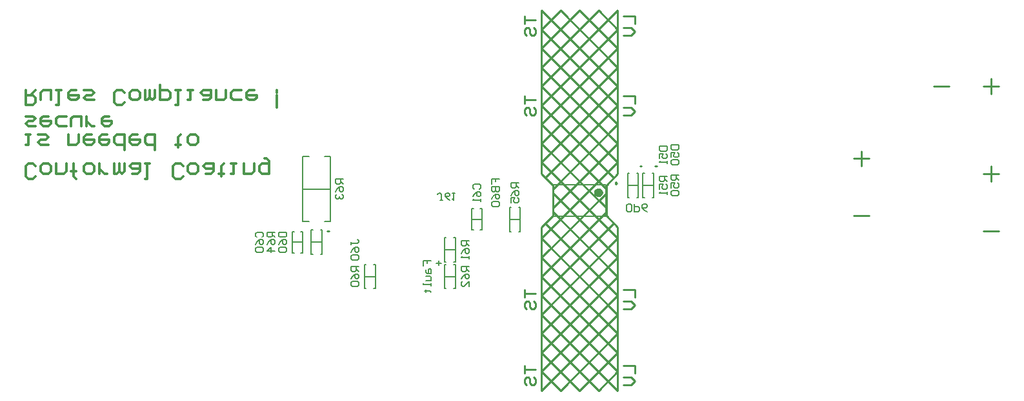
<source format=gbo>
G04*
G04 #@! TF.GenerationSoftware,Altium Limited,Altium Designer,24.3.1 (35)*
G04*
G04 Layer_Color=32896*
%FSLAX25Y25*%
%MOIN*%
G70*
G04*
G04 #@! TF.SameCoordinates,FD519535-7E5F-4FBF-A31B-089F6CA01B13*
G04*
G04*
G04 #@! TF.FilePolarity,Positive*
G04*
G01*
G75*
%ADD10C,0.00787*%
%ADD11C,0.00984*%
%ADD13C,0.00591*%
%ADD16C,0.00630*%
%ADD17C,0.00500*%
%ADD85C,0.02362*%
%ADD86C,0.01181*%
D10*
X446654Y208465D02*
Y224606D01*
X419488Y208465D02*
Y224606D01*
X446654D01*
X419488Y208465D02*
X446654D01*
X290158Y205512D02*
X293307D01*
X290158D02*
Y239370D01*
X293307D01*
X290158Y222441D02*
X304331D01*
X301181Y239370D02*
X304331D01*
Y205512D02*
Y239370D01*
X301181Y205512D02*
X304331D01*
D11*
X452264Y225472D02*
X451526Y225899D01*
Y225046D01*
X452264Y225472D01*
X472835Y234252D02*
X472047D01*
X472835D01*
X303543Y200787D02*
X302756D01*
X303543D01*
X464961Y234252D02*
X464173D01*
X464961D01*
X616142Y275590D02*
X624016D01*
X641732Y200787D02*
X649606D01*
X574803Y208661D02*
X582677D01*
X645669Y271654D02*
Y279528D01*
X641732Y275591D02*
X649606D01*
X645669Y226378D02*
Y234252D01*
X641732Y230315D02*
X649606D01*
X578740Y234252D02*
Y242126D01*
X574803Y238189D02*
X582677D01*
X413386Y230315D02*
X419291Y224410D01*
X446850D02*
X452756Y230315D01*
X413386Y295276D02*
X452756Y255906D01*
X413386Y230315D02*
Y314961D01*
Y285433D02*
X452756Y246063D01*
X413386Y275590D02*
X452756Y236221D01*
X413386Y265748D02*
X450787Y228346D01*
X413386Y255906D02*
X446850Y222441D01*
X413386Y275590D02*
X452756Y314961D01*
X413386Y285433D02*
X442913Y314961D01*
X413386Y265748D02*
X452756Y305118D01*
X413386Y255906D02*
X452756Y295276D01*
X413386Y236221D02*
X452756Y275590D01*
X415354Y228346D02*
X452756Y265748D01*
X413386Y246063D02*
X452756Y285433D01*
X419291Y222441D02*
X452756Y255906D01*
Y230315D02*
Y314961D01*
X413386Y118110D02*
Y202756D01*
X452756Y118110D02*
Y202756D01*
X413386Y167323D02*
X452756Y127953D01*
X413386Y127953D02*
X423228Y118110D01*
X413386Y187008D02*
X446850Y220472D01*
X413386Y177165D02*
X446850Y210630D01*
X413386Y167323D02*
X450787Y204724D01*
X413386Y157480D02*
X452756Y196850D01*
X413386Y147638D02*
X452756Y187008D01*
X413386Y137795D02*
X452756Y177165D01*
X413386Y127953D02*
X452756Y167323D01*
X413386Y118110D02*
X452756Y157480D01*
X423228Y118110D02*
X452756Y147638D01*
X433071Y118110D02*
X452756Y137795D01*
X442913Y118110D02*
X452756Y127953D01*
X419291Y208661D02*
Y224410D01*
X413386Y202756D02*
X419291Y208661D01*
X446850Y208661D02*
Y224410D01*
Y208661D02*
X452756Y202756D01*
X413386Y236221D02*
X452756Y196850D01*
X419291Y220472D02*
X452756Y187008D01*
X419291Y210630D02*
X452756Y177165D01*
X415354Y204724D02*
X452756Y167323D01*
X413386Y196850D02*
X452756Y157480D01*
X413386Y187008D02*
X452756Y147638D01*
X413386Y177165D02*
X452756Y137795D01*
X413386Y196850D02*
X452756Y236221D01*
X413386Y246063D02*
X446850Y212598D01*
X413386Y157480D02*
X452756Y118110D01*
X413386Y147638D02*
X442913Y118110D01*
X413386Y137795D02*
X433071Y118110D01*
X419291Y212598D02*
X452756Y246063D01*
X413386Y314961D02*
X452756Y275590D01*
X423228Y314961D02*
Y314961D01*
Y314961D02*
X452756Y285433D01*
X433071Y314961D02*
X452756Y295276D01*
X442913Y314961D02*
X452756Y305118D01*
X413386D02*
X452756Y265748D01*
X413386Y295276D02*
X433071Y314961D01*
X413386Y305118D02*
X423228Y314961D01*
X455711Y270668D02*
X461614D01*
Y266732D01*
X455711Y264764D02*
X459646D01*
X461614Y262796D01*
X459646Y260828D01*
X455711D01*
X404529Y270668D02*
Y266732D01*
Y268700D01*
X410433D01*
X405513Y260828D02*
X404529Y261812D01*
Y263780D01*
X405513Y264764D01*
X406497D01*
X407481Y263780D01*
Y261812D01*
X408465Y260828D01*
X409449D01*
X410433Y261812D01*
Y263780D01*
X409449Y264764D01*
X455711Y170274D02*
X461614D01*
Y166338D01*
X455711Y164370D02*
X459646D01*
X461614Y162402D01*
X459646Y160435D01*
X455711D01*
X404529Y170274D02*
Y166338D01*
Y168306D01*
X410433D01*
X405513Y160435D02*
X404529Y161419D01*
Y163386D01*
X405513Y164370D01*
X406497D01*
X407481Y163386D01*
Y161419D01*
X408465Y160435D01*
X409449D01*
X410433Y161419D01*
Y163386D01*
X409449Y164370D01*
X455711Y130904D02*
X461614D01*
Y126968D01*
X455711Y125000D02*
X459646D01*
X461614Y123032D01*
X459646Y121065D01*
X455711D01*
X404529Y130904D02*
Y126968D01*
Y128936D01*
X410433D01*
X405513Y121065D02*
X404529Y122048D01*
Y124016D01*
X405513Y125000D01*
X406497D01*
X407481Y124016D01*
Y122048D01*
X408465Y121065D01*
X409449D01*
X410433Y122048D01*
Y124016D01*
X409449Y125000D01*
X404529Y312006D02*
Y308070D01*
Y310038D01*
X410433D01*
X405513Y302167D02*
X404529Y303151D01*
Y305119D01*
X405513Y306103D01*
X406497D01*
X407481Y305119D01*
Y303151D01*
X408465Y302167D01*
X409449D01*
X410433Y303151D01*
Y305119D01*
X409449Y306103D01*
X455711Y312006D02*
X461614D01*
Y308070D01*
X455711Y306103D02*
X459646D01*
X461614Y304135D01*
X459646Y302167D01*
X455711D01*
D13*
X396850Y206693D02*
X402362D01*
X401606Y200394D02*
X402362D01*
Y212992D01*
X401606D02*
X402362D01*
X396850D02*
X397606D01*
X396850Y200394D02*
Y212992D01*
Y200394D02*
X397606D01*
X377165Y206693D02*
X382677D01*
X381496Y201181D02*
X382677D01*
Y212205D01*
X381496D02*
X382677D01*
X377165D02*
X378346D01*
X377165Y201181D02*
Y212205D01*
Y201181D02*
X378346D01*
X363386Y190945D02*
X368898D01*
X368142Y184646D02*
X368898D01*
Y197244D01*
X368142D02*
X368898D01*
X363386D02*
X364142D01*
X363386Y184646D02*
Y197244D01*
Y184646D02*
X364142D01*
X363386Y177165D02*
X368898D01*
X368142Y170866D02*
X368898D01*
Y183465D01*
X368142D02*
X368898D01*
X363386D02*
X364142D01*
X363386Y170866D02*
Y183465D01*
Y170866D02*
X364142D01*
X322047Y177165D02*
X327559D01*
X326803Y170866D02*
X327559D01*
Y183465D01*
X326803D02*
X327559D01*
X322047D02*
X322803D01*
X322047Y170866D02*
Y183465D01*
Y170866D02*
X322803D01*
X294488Y194882D02*
X300000D01*
X299244Y188583D02*
X300000D01*
Y201181D01*
X299244D02*
X300000D01*
X294488D02*
X295244D01*
X294488Y188583D02*
Y201181D01*
Y188583D02*
X295244D01*
X462630Y230709D02*
X463386D01*
Y218110D02*
Y230709D01*
X462630Y218110D02*
X463386D01*
X457874D02*
X458630D01*
X457874D02*
Y230709D01*
X458630D01*
X457874Y224410D02*
X463386D01*
X470504Y230709D02*
X471260D01*
Y218110D02*
Y230709D01*
X470504Y218110D02*
X471260D01*
X465748D02*
X466504D01*
X465748D02*
Y230709D01*
X466504D01*
X465748Y224410D02*
X471260D01*
X284646Y189370D02*
X285827D01*
X284646D02*
Y200394D01*
X285827D01*
X288976D02*
X290158D01*
Y189370D02*
Y200394D01*
X288976Y189370D02*
X290158D01*
X284646Y194882D02*
X290158D01*
D16*
X401574Y225720D02*
X397638D01*
Y223752D01*
X398294Y223096D01*
X399606D01*
X400262Y223752D01*
Y225720D01*
Y224408D02*
X401574Y223096D01*
X397638Y219161D02*
X398294Y220472D01*
X399606Y221784D01*
X400918D01*
X401574Y221128D01*
Y219816D01*
X400918Y219161D01*
X400262D01*
X399606Y219816D01*
Y221784D01*
X397638Y215225D02*
Y217849D01*
X399606D01*
X398950Y216537D01*
Y215881D01*
X399606Y215225D01*
X400918D01*
X401574Y215881D01*
Y217193D01*
X400918Y217849D01*
X275590Y200130D02*
X271654D01*
Y198162D01*
X272310Y197506D01*
X273622D01*
X274278Y198162D01*
Y200130D01*
Y198818D02*
X275590Y197506D01*
X271654Y193570D02*
X272310Y194882D01*
X273622Y196194D01*
X274934D01*
X275590Y195538D01*
Y194226D01*
X274934Y193570D01*
X274278D01*
X273622Y194226D01*
Y196194D01*
X275590Y190290D02*
X271654D01*
X273622Y192258D01*
Y189634D01*
X311023Y227689D02*
X307087D01*
Y225721D01*
X307743Y225065D01*
X309055D01*
X309711Y225721D01*
Y227689D01*
Y226377D02*
X311023Y225065D01*
X307087Y221129D02*
X307743Y222441D01*
X309055Y223753D01*
X310367D01*
X311023Y223097D01*
Y221785D01*
X310367Y221129D01*
X309711D01*
X309055Y221785D01*
Y223753D01*
X307743Y219817D02*
X307087Y219161D01*
Y217849D01*
X307743Y217193D01*
X308399D01*
X309055Y217849D01*
Y218505D01*
Y217849D01*
X309711Y217193D01*
X310367D01*
X311023Y217849D01*
Y219161D01*
X310367Y219817D01*
X375984Y182413D02*
X372048D01*
Y180445D01*
X372704Y179789D01*
X374016D01*
X374672Y180445D01*
Y182413D01*
Y181101D02*
X375984Y179789D01*
X372048Y175853D02*
X372704Y177165D01*
X374016Y178477D01*
X375328D01*
X375984Y177821D01*
Y176509D01*
X375328Y175853D01*
X374672D01*
X374016Y176509D01*
Y178477D01*
X375984Y171918D02*
Y174541D01*
X373360Y171918D01*
X372704D01*
X372048Y172574D01*
Y173886D01*
X372704Y174541D01*
X375984Y195537D02*
X372048D01*
Y193569D01*
X372704Y192913D01*
X374016D01*
X374672Y193569D01*
Y195537D01*
Y194225D02*
X375984Y192913D01*
X372048Y188977D02*
X372704Y190289D01*
X374016Y191601D01*
X375328D01*
X375984Y190945D01*
Y189633D01*
X375328Y188977D01*
X374672D01*
X374016Y189633D01*
Y191601D01*
X375984Y187665D02*
Y186353D01*
Y187009D01*
X372048D01*
X372704Y187665D01*
X318897Y182413D02*
X314961D01*
Y180445D01*
X315617Y179789D01*
X316929D01*
X317585Y180445D01*
Y182413D01*
Y181101D02*
X318897Y179789D01*
X314961Y175853D02*
X315617Y177165D01*
X316929Y178477D01*
X318241D01*
X318897Y177821D01*
Y176509D01*
X318241Y175853D01*
X317585D01*
X316929Y176509D01*
Y178477D01*
X315617Y174541D02*
X314961Y173886D01*
Y172574D01*
X315617Y171918D01*
X318241D01*
X318897Y172574D01*
Y173886D01*
X318241Y174541D01*
X315617D01*
X478346Y229001D02*
X474410D01*
Y227033D01*
X475066Y226377D01*
X476378D01*
X477034Y227033D01*
Y229001D01*
Y227689D02*
X478346Y226377D01*
X474410Y222442D02*
Y225065D01*
X476378D01*
X475722Y223753D01*
Y223097D01*
X476378Y222442D01*
X477690D01*
X478346Y223097D01*
Y224409D01*
X477690Y225065D01*
X478346Y221130D02*
Y219818D01*
Y220474D01*
X474410D01*
X475066Y221130D01*
X484251Y229657D02*
X480316D01*
Y227689D01*
X480971Y227033D01*
X482283D01*
X482939Y227689D01*
Y229657D01*
Y228345D02*
X484251Y227033D01*
X480316Y223097D02*
Y225721D01*
X482283D01*
X481628Y224409D01*
Y223753D01*
X482283Y223097D01*
X483595D01*
X484251Y223753D01*
Y225065D01*
X483595Y225721D01*
X480971Y221786D02*
X480316Y221130D01*
Y219818D01*
X480971Y219162D01*
X483595D01*
X484251Y219818D01*
Y221130D01*
X483595Y221786D01*
X480971D01*
X459319Y210631D02*
X458007D01*
X457351Y211286D01*
Y213910D01*
X458007Y214566D01*
X459319D01*
X459975Y213910D01*
Y211286D01*
X459319Y210631D01*
X461286Y214566D02*
Y210631D01*
X463254D01*
X463910Y211286D01*
Y212598D01*
X463254Y213254D01*
X461286D01*
X467846Y210631D02*
X466534Y211286D01*
X465222Y212598D01*
Y213910D01*
X465878Y214566D01*
X467190D01*
X467846Y213910D01*
Y213254D01*
X467190Y212598D01*
X465222D01*
X362205Y216536D02*
X360893D01*
X361549D01*
Y219816D01*
X360893Y220472D01*
X360238D01*
X359581Y219816D01*
X366141Y216536D02*
X364829Y217192D01*
X363517Y218504D01*
Y219816D01*
X364173Y220472D01*
X365485D01*
X366141Y219816D01*
Y219160D01*
X365485Y218504D01*
X363517D01*
X367453Y220472D02*
X368765D01*
X368109D01*
Y216536D01*
X367453Y217192D01*
X314961Y193569D02*
Y194881D01*
Y194225D01*
X318241D01*
X318897Y194881D01*
Y195537D01*
X318241Y196193D01*
X314961Y189633D02*
X315617Y190945D01*
X316929Y192257D01*
X318241D01*
X318897Y191601D01*
Y190289D01*
X318241Y189633D01*
X317585D01*
X316929Y190289D01*
Y192257D01*
X315617Y188321D02*
X314961Y187665D01*
Y186353D01*
X315617Y185697D01*
X318241D01*
X318897Y186353D01*
Y187665D01*
X318241Y188321D01*
X315617D01*
X387796Y225064D02*
Y227688D01*
X389764D01*
Y226376D01*
Y227688D01*
X391732D01*
X387796Y223752D02*
X391732D01*
Y221784D01*
X391076Y221128D01*
X390420D01*
X389764Y221784D01*
Y223752D01*
Y221784D01*
X389108Y221128D01*
X388452D01*
X387796Y221784D01*
Y223752D01*
Y217193D02*
X388452Y218505D01*
X389764Y219816D01*
X391076D01*
X391732Y219161D01*
Y217849D01*
X391076Y217193D01*
X390420D01*
X389764Y217849D01*
Y219816D01*
X388452Y215881D02*
X387796Y215225D01*
Y213913D01*
X388452Y213257D01*
X391076D01*
X391732Y213913D01*
Y215225D01*
X391076Y215881D01*
X388452D01*
X352363Y182741D02*
Y185365D01*
X354331D01*
Y184053D01*
Y185365D01*
X356299D01*
X353675Y180773D02*
Y179461D01*
X354331Y178805D01*
X356299D01*
Y180773D01*
X355643Y181429D01*
X354987Y180773D01*
Y178805D01*
X353675Y177493D02*
X355643D01*
X356299Y176837D01*
Y174870D01*
X353675D01*
X356299Y173558D02*
Y172246D01*
Y172902D01*
X352363D01*
Y173558D01*
X353019Y169622D02*
X353675D01*
Y170278D01*
Y168966D01*
Y169622D01*
X355643D01*
X356299Y168966D01*
X277560Y200130D02*
X281495D01*
Y198162D01*
X280839Y197506D01*
X278216D01*
X277560Y198162D01*
Y200130D01*
Y193570D02*
X278216Y194882D01*
X279528Y196194D01*
X280839D01*
X281495Y195538D01*
Y194226D01*
X280839Y193570D01*
X280184D01*
X279528Y194226D01*
Y196194D01*
X278216Y192258D02*
X277560Y191602D01*
Y190290D01*
X278216Y189634D01*
X280839D01*
X281495Y190290D01*
Y191602D01*
X280839Y192258D01*
X278216D01*
X474410Y244749D02*
X478346D01*
Y242781D01*
X477690Y242125D01*
X475066D01*
X474410Y242781D01*
Y244749D01*
Y238190D02*
Y240813D01*
X476378D01*
X475722Y239502D01*
Y238846D01*
X476378Y238190D01*
X477690D01*
X478346Y238846D01*
Y240158D01*
X477690Y240813D01*
X478346Y236878D02*
Y235566D01*
Y236222D01*
X474410D01*
X475066Y236878D01*
X480316Y245405D02*
X484251D01*
Y243437D01*
X483595Y242781D01*
X480971D01*
X480316Y243437D01*
Y245405D01*
Y238846D02*
Y241469D01*
X482283D01*
X481628Y240158D01*
Y239502D01*
X482283Y238846D01*
X483595D01*
X484251Y239502D01*
Y240813D01*
X483595Y241469D01*
X480971Y237534D02*
X480316Y236878D01*
Y235566D01*
X480971Y234910D01*
X483595D01*
X484251Y235566D01*
Y236878D01*
X483595Y237534D01*
X480971D01*
X378609Y222440D02*
X377953Y223096D01*
Y224408D01*
X378609Y225064D01*
X381233D01*
X381889Y224408D01*
Y223096D01*
X381233Y222440D01*
X377953Y218505D02*
X378609Y219816D01*
X379921Y221128D01*
X381233D01*
X381889Y220472D01*
Y219161D01*
X381233Y218505D01*
X380577D01*
X379921Y219161D01*
Y221128D01*
X381889Y217193D02*
Y215881D01*
Y216537D01*
X377953D01*
X378609Y217193D01*
X266405Y197506D02*
X265749Y198162D01*
Y199474D01*
X266405Y200130D01*
X269028D01*
X269684Y199474D01*
Y198162D01*
X269028Y197506D01*
X265749Y193570D02*
X266405Y194882D01*
X267717Y196194D01*
X269028D01*
X269684Y195538D01*
Y194226D01*
X269028Y193570D01*
X268373D01*
X267717Y194226D01*
Y196194D01*
X266405Y192258D02*
X265749Y191602D01*
Y190290D01*
X266405Y189634D01*
X269028D01*
X269684Y190290D01*
Y191602D01*
X269028Y192258D01*
X266405D01*
D17*
X360341Y182862D02*
Y185433D01*
X359055Y184148D02*
X361626D01*
D85*
X443898Y220669D02*
X443453Y221593D01*
X442454Y221821D01*
X441652Y221182D01*
Y220157D01*
X442454Y219518D01*
X443453Y219746D01*
X443898Y220669D01*
D86*
X152098Y229041D02*
X150786Y227729D01*
X148162D01*
X146850Y229041D01*
Y234289D01*
X148162Y235601D01*
X150786D01*
X152098Y234289D01*
X156034Y235601D02*
X158658D01*
X159969Y234289D01*
Y231665D01*
X158658Y230353D01*
X156034D01*
X154722Y231665D01*
Y234289D01*
X156034Y235601D01*
X162593D02*
Y230353D01*
X166529D01*
X167841Y231665D01*
Y235601D01*
X171777D02*
Y229041D01*
Y231665D01*
X170465D01*
X173089D01*
X171777D01*
Y229041D01*
X173089Y227729D01*
X178336Y235601D02*
X180960D01*
X182272Y234289D01*
Y231665D01*
X180960Y230353D01*
X178336D01*
X177024Y231665D01*
Y234289D01*
X178336Y235601D01*
X184896Y230353D02*
Y235601D01*
Y232977D01*
X186208Y231665D01*
X187520Y230353D01*
X188832D01*
X192767Y235601D02*
Y230353D01*
X194079D01*
X195391Y231665D01*
Y235601D01*
Y231665D01*
X196703Y230353D01*
X198015Y231665D01*
Y235601D01*
X201951Y230353D02*
X204575D01*
X205887Y231665D01*
Y235601D01*
X201951D01*
X200639Y234289D01*
X201951Y232977D01*
X205887D01*
X208510Y235601D02*
X211134D01*
X209822D01*
Y227729D01*
X208510D01*
X228189Y229041D02*
X226877Y227729D01*
X224253D01*
X222941Y229041D01*
Y234289D01*
X224253Y235601D01*
X226877D01*
X228189Y234289D01*
X232125Y235601D02*
X234749D01*
X236061Y234289D01*
Y231665D01*
X234749Y230353D01*
X232125D01*
X230813Y231665D01*
Y234289D01*
X232125Y235601D01*
X239996Y230353D02*
X242620D01*
X243932Y231665D01*
Y235601D01*
X239996D01*
X238684Y234289D01*
X239996Y232977D01*
X243932D01*
X247868Y229041D02*
Y230353D01*
X246556D01*
X249180D01*
X247868D01*
Y234289D01*
X249180Y235601D01*
X253115D02*
X255739D01*
X254427D01*
Y230353D01*
X253115D01*
X259675Y235601D02*
Y230353D01*
X263611D01*
X264923Y231665D01*
Y235601D01*
X270170Y238225D02*
X271482D01*
X272794Y236913D01*
Y230353D01*
X268858D01*
X267546Y231665D01*
Y234289D01*
X268858Y235601D01*
X272794D01*
X146850Y250505D02*
X149474D01*
X148162D01*
Y245257D01*
X146850D01*
X153410Y250505D02*
X157346D01*
X158658Y249193D01*
X157346Y247881D01*
X154722D01*
X153410Y246569D01*
X154722Y245257D01*
X158658D01*
X169153Y250505D02*
Y245257D01*
X173089D01*
X174401Y246569D01*
Y250505D01*
X180960D02*
X178336D01*
X177024Y249193D01*
Y246569D01*
X178336Y245257D01*
X180960D01*
X182272Y246569D01*
Y247881D01*
X177024D01*
X188832Y250505D02*
X186208D01*
X184896Y249193D01*
Y246569D01*
X186208Y245257D01*
X188832D01*
X190144Y246569D01*
Y247881D01*
X184896D01*
X198015Y242634D02*
Y250505D01*
X194079D01*
X192767Y249193D01*
Y246569D01*
X194079Y245257D01*
X198015D01*
X204575Y250505D02*
X201951D01*
X200639Y249193D01*
Y246569D01*
X201951Y245257D01*
X204575D01*
X205887Y246569D01*
Y247881D01*
X200639D01*
X213758Y242634D02*
Y250505D01*
X209822D01*
X208510Y249193D01*
Y246569D01*
X209822Y245257D01*
X213758D01*
X225565Y243946D02*
Y245257D01*
X224253D01*
X226877D01*
X225565D01*
Y249193D01*
X226877Y250505D01*
X232125D02*
X234749D01*
X236061Y249193D01*
Y246569D01*
X234749Y245257D01*
X232125D01*
X230813Y246569D01*
Y249193D01*
X232125Y250505D01*
X146850Y260162D02*
X150786D01*
X152098Y258850D01*
X150786Y257538D01*
X148162D01*
X146850Y256226D01*
X148162Y254914D01*
X152098D01*
X158658Y260162D02*
X156034D01*
X154722Y258850D01*
Y256226D01*
X156034Y254914D01*
X158658D01*
X159969Y256226D01*
Y257538D01*
X154722D01*
X167841Y254914D02*
X163905D01*
X162593Y256226D01*
Y258850D01*
X163905Y260162D01*
X167841D01*
X170465Y254914D02*
Y258850D01*
X171777Y260162D01*
X175713D01*
Y254914D01*
X178336D02*
Y260162D01*
Y257538D01*
X179648Y256226D01*
X180960Y254914D01*
X182272D01*
X190144Y260162D02*
X187520D01*
X186208Y258850D01*
Y256226D01*
X187520Y254914D01*
X190144D01*
X191455Y256226D01*
Y257538D01*
X186208D01*
X146850Y273754D02*
Y265882D01*
X150786D01*
X152098Y267195D01*
Y269818D01*
X150786Y271130D01*
X146850D01*
X149474D02*
X152098Y273754D01*
X154722Y268506D02*
Y272442D01*
X156034Y273754D01*
X159969D01*
Y268506D01*
X162593Y273754D02*
X165217D01*
X163905D01*
Y265882D01*
X162593D01*
X173089Y273754D02*
X170465D01*
X169153Y272442D01*
Y269818D01*
X170465Y268506D01*
X173089D01*
X174401Y269818D01*
Y271130D01*
X169153D01*
X177024Y273754D02*
X180960D01*
X182272Y272442D01*
X180960Y271130D01*
X178336D01*
X177024Y269818D01*
X178336Y268506D01*
X182272D01*
X198015Y267195D02*
X196703Y265882D01*
X194079D01*
X192767Y267195D01*
Y272442D01*
X194079Y273754D01*
X196703D01*
X198015Y272442D01*
X201951Y273754D02*
X204575D01*
X205887Y272442D01*
Y269818D01*
X204575Y268506D01*
X201951D01*
X200639Y269818D01*
Y272442D01*
X201951Y273754D01*
X208510D02*
Y268506D01*
X209822D01*
X211134Y269818D01*
Y273754D01*
Y269818D01*
X212446Y268506D01*
X213758Y269818D01*
Y273754D01*
X216382Y276378D02*
Y268506D01*
X220318D01*
X221630Y269818D01*
Y272442D01*
X220318Y273754D01*
X216382D01*
X224253D02*
X226877D01*
X225565D01*
Y265882D01*
X224253D01*
X230813Y273754D02*
X233437D01*
X232125D01*
Y268506D01*
X230813D01*
X238684D02*
X241308D01*
X242620Y269818D01*
Y273754D01*
X238684D01*
X237372Y272442D01*
X238684Y271130D01*
X242620D01*
X245244Y273754D02*
Y268506D01*
X249180D01*
X250491Y269818D01*
Y273754D01*
X258363Y268506D02*
X254427D01*
X253115Y269818D01*
Y272442D01*
X254427Y273754D01*
X258363D01*
X264923D02*
X262299D01*
X260987Y272442D01*
Y269818D01*
X262299Y268506D01*
X264923D01*
X266234Y269818D01*
Y271130D01*
X260987D01*
X276730D02*
Y264571D01*
Y272442D02*
Y273754D01*
M02*

</source>
